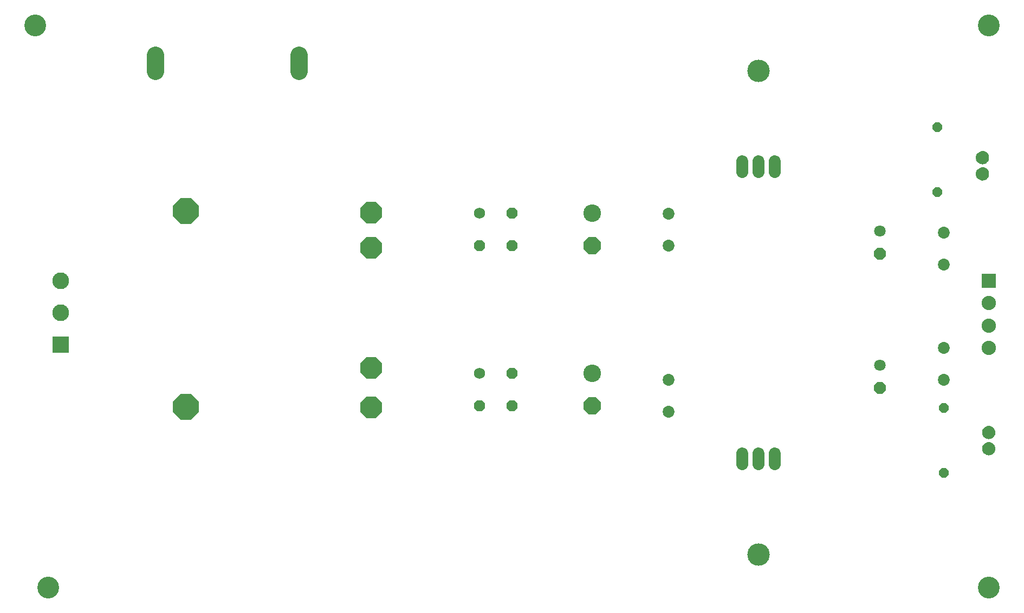
<source format=gbs>
G75*
G70*
%OFA0B0*%
%FSLAX24Y24*%
%IPPOS*%
%LPD*%
%AMOC8*
5,1,8,0,0,1.08239X$1,22.5*
%
%ADD10C,0.1080*%
%ADD11C,0.1340*%
%ADD12R,0.1030X0.1030*%
%ADD13C,0.1030*%
%ADD14C,0.0680*%
%ADD15OC8,0.0680*%
%ADD16C,0.1080*%
%ADD17OC8,0.1080*%
%ADD18OC8,0.0710*%
%ADD19C,0.0710*%
%ADD20C,0.0730*%
%ADD21C,0.0050*%
%ADD22OC8,0.0600*%
%ADD23R,0.0880X0.0880*%
%ADD24C,0.0880*%
%ADD25C,0.0740*%
%ADD26C,0.1380*%
%ADD27OC8,0.1330*%
%ADD28OC8,0.1580*%
D10*
X009531Y034327D02*
X009531Y035327D01*
X018391Y035327D02*
X018391Y034327D01*
D11*
X002937Y002544D03*
X002150Y037189D03*
X060811Y037189D03*
X060811Y002544D03*
D12*
X003725Y017504D03*
D13*
X003725Y019473D03*
X003725Y021441D03*
D14*
X029496Y025591D03*
X029496Y015748D03*
D15*
X031496Y015748D03*
X031496Y013748D03*
X029496Y013748D03*
X029496Y023591D03*
X031496Y023591D03*
X031496Y025591D03*
D16*
X036402Y025591D03*
X036402Y015748D03*
D17*
X036402Y013748D03*
X036402Y023591D03*
D18*
X054118Y023103D03*
X054118Y014836D03*
D19*
X054118Y016236D03*
X054118Y024503D03*
D20*
X058055Y024394D03*
X058055Y022426D03*
X058055Y017307D03*
X058055Y015339D03*
X041126Y015339D03*
X041126Y013370D03*
X041126Y023607D03*
X041126Y025575D03*
D21*
X060049Y027962D02*
X060043Y028028D01*
X060049Y028094D01*
X060787Y028094D01*
X060786Y028101D02*
X060793Y028029D01*
X060786Y027956D01*
X060766Y027886D01*
X060733Y027822D01*
X060687Y027765D01*
X060632Y027718D01*
X060568Y027683D01*
X060499Y027661D01*
X060427Y027653D01*
X060361Y027658D01*
X060297Y027674D01*
X060236Y027701D01*
X060182Y027739D01*
X060134Y027785D01*
X060096Y027839D01*
X060067Y027898D01*
X060049Y027962D01*
X060053Y027948D02*
X060784Y027948D01*
X060790Y027997D02*
X060046Y027997D01*
X060044Y028045D02*
X060791Y028045D01*
X060786Y028101D02*
X060766Y028170D01*
X060733Y028235D01*
X060687Y028291D01*
X060632Y028338D01*
X060569Y028372D01*
X060500Y028394D01*
X060428Y028402D01*
X060362Y028397D01*
X060297Y028381D01*
X060237Y028354D01*
X060182Y028317D01*
X060135Y028271D01*
X060096Y028217D01*
X060067Y028157D01*
X060049Y028094D01*
X060063Y028142D02*
X060774Y028142D01*
X060755Y028191D02*
X060084Y028191D01*
X060112Y028239D02*
X060729Y028239D01*
X060690Y028288D02*
X060153Y028288D01*
X060212Y028337D02*
X060633Y028337D01*
X060528Y028385D02*
X060314Y028385D01*
X060361Y028658D02*
X060297Y028674D01*
X060236Y028701D01*
X060182Y028739D01*
X060134Y028785D01*
X060096Y028839D01*
X060067Y028898D01*
X060049Y028962D01*
X060043Y029028D01*
X060049Y029094D01*
X060067Y029157D01*
X060096Y029217D01*
X060135Y029271D01*
X060182Y029317D01*
X060237Y029354D01*
X060297Y029381D01*
X060362Y029397D01*
X060428Y029402D01*
X060500Y029394D01*
X060569Y029372D01*
X060632Y029338D01*
X060687Y029291D01*
X060733Y029235D01*
X060766Y029170D01*
X060786Y029101D01*
X060793Y029029D01*
X060786Y028956D01*
X060766Y028886D01*
X060733Y028822D01*
X060108Y028822D01*
X060080Y028871D02*
X060758Y028871D01*
X060776Y028919D02*
X060061Y028919D01*
X060049Y028968D02*
X060787Y028968D01*
X060792Y029016D02*
X060044Y029016D01*
X060046Y029065D02*
X060789Y029065D01*
X060783Y029113D02*
X060055Y029113D01*
X060069Y029162D02*
X060769Y029162D01*
X060745Y029210D02*
X060093Y029210D01*
X060126Y029259D02*
X060713Y029259D01*
X060668Y029307D02*
X060173Y029307D01*
X060242Y029356D02*
X060598Y029356D01*
X060733Y028822D02*
X060687Y028765D01*
X060632Y028718D01*
X060568Y028683D01*
X060499Y028661D01*
X060427Y028653D01*
X060361Y028658D01*
X060292Y028676D02*
X060547Y028676D01*
X060640Y028725D02*
X060202Y028725D01*
X060146Y028773D02*
X060694Y028773D01*
X060770Y027900D02*
X060067Y027900D01*
X060090Y027851D02*
X060748Y027851D01*
X060717Y027803D02*
X060122Y027803D01*
X060166Y027754D02*
X060674Y027754D01*
X060609Y027705D02*
X060230Y027705D01*
X060373Y027657D02*
X060463Y027657D01*
X060821Y012473D02*
X060893Y012465D01*
X060962Y012443D01*
X061026Y012408D01*
X061081Y012362D01*
X061126Y012305D01*
X061160Y012241D01*
X061180Y012172D01*
X061186Y012100D01*
X061180Y012027D01*
X061160Y011957D01*
X061127Y011893D01*
X061081Y011836D01*
X061026Y011789D01*
X060962Y011754D01*
X060893Y011732D01*
X060820Y011724D01*
X060754Y011729D01*
X060690Y011745D01*
X060630Y011772D01*
X060575Y011810D01*
X060528Y011856D01*
X060489Y011910D01*
X060461Y011969D01*
X060443Y012033D01*
X060436Y012099D01*
X060443Y012165D01*
X060461Y012228D01*
X060490Y012288D01*
X060529Y012341D01*
X060576Y012388D01*
X060631Y012425D01*
X060691Y012452D01*
X060755Y012468D01*
X060821Y012473D01*
X060900Y012463D02*
X060735Y012463D01*
X060616Y012414D02*
X061015Y012414D01*
X061076Y012366D02*
X060554Y012366D01*
X060511Y012317D02*
X061117Y012317D01*
X061146Y012269D02*
X060481Y012269D01*
X060459Y012220D02*
X061166Y012220D01*
X061180Y012172D02*
X060445Y012172D01*
X060439Y012123D02*
X061184Y012123D01*
X061184Y012075D02*
X060439Y012075D01*
X060445Y012026D02*
X061180Y012026D01*
X061166Y011977D02*
X060458Y011977D01*
X060480Y011929D02*
X061145Y011929D01*
X061117Y011880D02*
X060510Y011880D01*
X060553Y011832D02*
X061076Y011832D01*
X061015Y011783D02*
X060614Y011783D01*
X060731Y011735D02*
X060902Y011735D01*
X060893Y011465D02*
X060962Y011443D01*
X061026Y011408D01*
X061081Y011362D01*
X061126Y011305D01*
X061160Y011241D01*
X061180Y011172D01*
X061186Y011100D01*
X061180Y011027D01*
X061160Y010957D01*
X061127Y010893D01*
X061081Y010836D01*
X061026Y010789D01*
X060962Y010754D01*
X060893Y010732D01*
X060820Y010724D01*
X060754Y010729D01*
X060690Y010745D01*
X060630Y010772D01*
X060575Y010810D01*
X060528Y010856D01*
X060489Y010910D01*
X060461Y010969D01*
X060443Y011033D01*
X060436Y011099D01*
X060443Y011165D01*
X060461Y011228D01*
X060490Y011288D01*
X060529Y011341D01*
X060576Y011388D01*
X060631Y011425D01*
X060691Y011452D01*
X060755Y011468D01*
X060821Y011473D01*
X060893Y011465D01*
X060961Y011443D02*
X060673Y011443D01*
X060587Y011395D02*
X061042Y011395D01*
X061094Y011346D02*
X060534Y011346D01*
X060497Y011298D02*
X061130Y011298D01*
X061156Y011249D02*
X060471Y011249D01*
X060453Y011201D02*
X061172Y011201D01*
X061182Y011152D02*
X060442Y011152D01*
X060437Y011104D02*
X061186Y011104D01*
X061183Y011055D02*
X060441Y011055D01*
X060450Y011007D02*
X061174Y011007D01*
X061160Y010958D02*
X060466Y010958D01*
X060489Y010909D02*
X061135Y010909D01*
X061101Y010861D02*
X060524Y010861D01*
X060573Y010812D02*
X061053Y010812D01*
X060980Y010764D02*
X060649Y010764D01*
D22*
X058055Y009599D03*
X058055Y013599D03*
X057662Y026922D03*
X057662Y030922D03*
D23*
X060811Y021441D03*
D24*
X060811Y020063D03*
X060811Y018685D03*
X060811Y017307D03*
D25*
X047638Y010811D02*
X047638Y010151D01*
X046638Y010151D02*
X046638Y010811D01*
X045638Y010811D02*
X045638Y010151D01*
X045638Y028135D02*
X045638Y028795D01*
X046638Y028795D02*
X046638Y028135D01*
X047638Y028135D02*
X047638Y028795D01*
D26*
X046638Y034365D03*
X046638Y004581D03*
D27*
X022818Y013643D03*
X022818Y016085D03*
X022818Y023490D03*
X022818Y025657D03*
D28*
X011403Y025736D03*
X011403Y013682D03*
M02*

</source>
